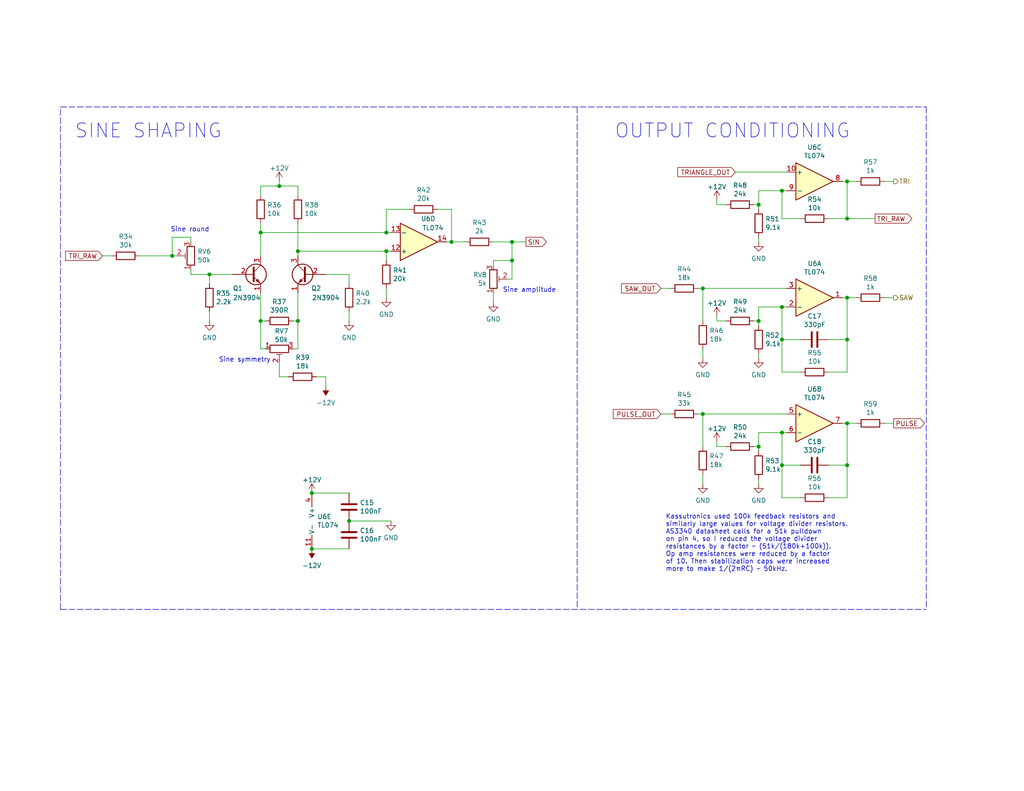
<source format=kicad_sch>
(kicad_sch (version 20211123) (generator eeschema)
  (paper "USLetter")
  (title_block (title "Sidekick VCO") (date "2022-03-12") (company "Rich Holmes / Analog Output") (comment 1 "or neighboring rights to this work. Published from United States.") (comment 2 "To the extent possible under law, Richard Holmes has waived all copyright and related "))
  (lib_symbols
    (symbol "ao_symbols:2N3904" (pin_names (offset 0) hide)
      (property "Reference" "Q" (at 5.08 1.905 0))
      (property "Value" "2N3904" (at 5.08 0 0))
      (symbol "2N3904_0_1"
        (polyline (pts (xy 0.635 0.635) (xy 2.54 2.54)))
        (polyline (pts (xy 0.635 -0.635) (xy 2.54 -2.54) (xy 2.54 -2.54)))
        (polyline (pts (xy 0.635 1.905) (xy 0.635 -1.905) (xy 0.635 -1.905)) (stroke (width 0.508)))
        (polyline (pts (xy 1.27 -1.778) (xy 1.778 -1.27) (xy 2.286 -2.286) (xy 1.27 -1.778) (xy 1.27 -1.778)) (fill (type outline)))
        (circle (center 1.27 0) (radius 2.8194) (stroke (width 0.254)))
      )
      (symbol "2N3904_1_1"
        (pin passive line (at 2.54 -5.08 90) (length 2.54) (name "E") (number "1"))
        (pin passive line (at -5.08 0 0) (length 5.715) (name "B") (number "2"))
        (pin passive line (at 2.54 5.08 270) (length 2.54) (name "C") (number "3"))
      )
    )
    (symbol "ao_symbols:C" (pin_numbers hide) (pin_names (offset 0.254))
      (property "Reference" "C" (at 0.635 2.54 0))
      (property "Value" "C" (at 0.635 -2.54 0))
      (symbol "C_0_1"
        (polyline (pts (xy -2.032 -0.762) (xy 2.032 -0.762)) (stroke (width 0.508)))
        (polyline (pts (xy -2.032 0.762) (xy 2.032 0.762)) (stroke (width 0.508)))
      )
      (symbol "C_1_1"
        (pin passive line (at 0 3.81 270) (length 2.794) (name "~") (number "1"))
        (pin passive line (at 0 -3.81 90) (length 2.794) (name "~") (number "2"))
      )
    )
    (symbol "ao_symbols:R" (pin_numbers hide) (pin_names (offset 0))
      (property "Reference" "R" (at 2.032 0 90))
      (property "Value" "R" (at 0 0 90))
      (symbol "R_0_1"
        (rectangle (start -1.016 -2.54) (end 1.016 2.54) (stroke (width 0.254)))
      )
      (symbol "R_1_1"
        (pin passive line (at 0 3.81 270) (length 1.27) (name "~") (number "1"))
        (pin passive line (at 0 -3.81 90) (length 1.27) (name "~") (number "2"))
      )
    )
    (symbol "ao_symbols:R_POT_TRIM_3296W" (pin_names (offset 1.016) hide)
      (property "Reference" "RV" (at -4.445 0 90))
      (property "Value" "R_POT_TRIM_3296W" (at -2.54 0 90))
      (symbol "R_POT_TRIM_3296W_0_1"
        (polyline (pts (xy 1.524 0.762) (xy 1.524 -0.762)))
        (polyline (pts (xy 2.54 0) (xy 1.524 0)))
        (rectangle (start 1.016 2.54) (end -1.016 -2.54) (stroke (width 0.254)))
      )
      (symbol "R_POT_TRIM_3296W_1_1"
        (pin passive line (at 0 3.81 270) (length 1.27) (name "1") (number "1"))
        (pin passive line (at 3.81 0 180) (length 1.27) (name "2") (number "2"))
        (pin passive line (at 0 -3.81 90) (length 1.27) (name "3") (number "3"))
      )
    )
    (symbol "ao_symbols:TL074" (pin_names (offset 0.127))
      (property "Reference" "U" (at 0 5.08 0))
      (property "Value" "TL074" (at 0 -5.08 0))
      (symbol "TL074_1_1"
        (polyline (pts (xy -5.08 5.08) (xy 5.08 0) (xy -5.08 -5.08) (xy -5.08 5.08)) (stroke (width 0.254)) (fill (type background)))
        (pin output line (at 7.62 0 180) (length 2.54) (name "~") (number "1"))
        (pin input line (at -7.62 -2.54 0) (length 2.54) (name "-") (number "2"))
        (pin input line (at -7.62 2.54 0) (length 2.54) (name "+") (number "3"))
      )
      (symbol "TL074_2_1"
        (polyline (pts (xy -5.08 5.08) (xy 5.08 0) (xy -5.08 -5.08) (xy -5.08 5.08)) (stroke (width 0.254)) (fill (type background)))
        (pin input line (at -7.62 2.54 0) (length 2.54) (name "+") (number "5"))
        (pin input line (at -7.62 -2.54 0) (length 2.54) (name "-") (number "6"))
        (pin output line (at 7.62 0 180) (length 2.54) (name "~") (number "7"))
      )
      (symbol "TL074_3_1"
        (polyline (pts (xy -5.08 5.08) (xy 5.08 0) (xy -5.08 -5.08) (xy -5.08 5.08)) (stroke (width 0.254)) (fill (type background)))
        (pin input line (at -7.62 2.54 0) (length 2.54) (name "+") (number "10"))
        (pin output line (at 7.62 0 180) (length 2.54) (name "~") (number "8"))
        (pin input line (at -7.62 -2.54 0) (length 2.54) (name "-") (number "9"))
      )
      (symbol "TL074_4_1"
        (polyline (pts (xy -5.08 5.08) (xy 5.08 0) (xy -5.08 -5.08) (xy -5.08 5.08)) (stroke (width 0.254)) (fill (type background)))
        (pin input line (at -7.62 2.54 0) (length 2.54) (name "+") (number "12"))
        (pin input line (at -7.62 -2.54 0) (length 2.54) (name "-") (number "13"))
        (pin output line (at 7.62 0 180) (length 2.54) (name "~") (number "14"))
      )
      (symbol "TL074_5_1"
        (pin power_in line (at -2.54 -7.62 90) (length 3.81) (name "V-") (number "11"))
        (pin power_in line (at -2.54 7.62 270) (length 3.81) (name "V+") (number "4"))
      )
    )
    (symbol "power:+12V" (power) (pin_names (offset 0))
      (property "Value" "+12V" (at 0 3.556 0))
      (symbol "+12V_0_1"
        (polyline (pts (xy -0.762 1.27) (xy 0 2.54)))
        (polyline (pts (xy 0 0) (xy 0 2.54)))
        (polyline (pts (xy 0 2.54) (xy 0.762 1.27)))
      )
      (symbol "+12V_1_1"
        (pin power_in line (at 0 0 90) (length 0) hide (name "+12V") (number "1"))
      )
    )
    (symbol "power:-12V" (power) (pin_names (offset 0))
      (property "Value" "-12V" (at 0 3.81 0))
      (symbol "-12V_0_0"
        (pin power_in line (at 0 0 90) (length 0) hide (name "-12V") (number "1"))
      )
      (symbol "-12V_0_1"
        (polyline (pts (xy 0 0) (xy 0 1.27) (xy 0.762 1.27) (xy 0 2.54) (xy -0.762 1.27) (xy 0 1.27)) (fill (type outline)))
      )
    )
    (symbol "power:GND" (power) (pin_names (offset 0))
      (property "Value" "GND" (at 0 -3.81 0))
      (symbol "GND_0_1"
        (polyline (pts (xy 0 0) (xy 0 -1.27) (xy 1.27 -1.27) (xy 0 -2.54) (xy -1.27 -1.27) (xy 0 -1.27)))
      )
      (symbol "GND_1_1"
        (pin power_in line (at 0 0 270) (length 0) hide (name "GND") (number "1"))
      )
    )
  )
  (junction (at 213.36 92.71))
  (junction (at 213.36 118.11))
  (junction (at 231.14 115.57))
  (junction (at 81.28 87.63))
  (junction (at 231.14 127))
  (junction (at 231.14 49.53))
  (junction (at 46.99 69.85))
  (junction (at 191.77 113.03))
  (junction (at 207.01 121.92))
  (junction (at 213.36 127))
  (junction (at 57.15 74.93))
  (junction (at 71.12 63.5))
  (junction (at 81.28 68.58))
  (junction (at 231.14 92.71))
  (junction (at 105.41 68.58))
  (junction (at 139.7 71.12))
  (junction (at 231.14 59.69))
  (junction (at 213.36 52.07))
  (junction (at 85.09 149.86))
  (junction (at 207.01 55.88))
  (junction (at 231.14 81.28))
  (junction (at 139.7 66.04))
  (junction (at 207.01 87.63))
  (junction (at 191.77 78.74))
  (junction (at 71.12 87.63))
  (junction (at 76.2 50.8))
  (junction (at 213.36 83.82))
  (junction (at 95.25 142.24))
  (junction (at 105.41 63.5))
  (junction (at 123.19 66.04))
  (junction (at 85.09 134.62))
  (wire (pts (xy 231.14 49.53) (xy 229.87 49.53)))
  (wire (pts (xy 207.01 83.82) (xy 213.36 83.82)))
  (wire (pts (xy 213.36 135.89) (xy 213.36 127)))
  (wire (pts (xy 52.07 64.77) (xy 46.99 64.77)))
  (wire (pts (xy 191.77 121.92) (xy 191.77 113.03)))
  (wire (pts (xy 139.7 71.12) (xy 139.7 76.2)))
  (wire (pts (xy 207.01 64.77) (xy 207.01 66.04)))
  (wire (pts (xy 134.62 71.12) (xy 139.7 71.12)))
  (wire (pts (xy 76.2 99.06) (xy 76.2 102.87)))
  (wire (pts (xy 106.68 142.24) (xy 95.25 142.24)))
  (wire (pts (xy 213.36 118.11) (xy 214.63 118.11)))
  (wire (pts (xy 119.38 57.15) (xy 123.19 57.15)))
  (wire (pts (xy 205.74 121.92) (xy 207.01 121.92)))
  (wire (pts (xy 229.87 81.28) (xy 231.14 81.28)))
  (wire (pts (xy 123.19 57.15) (xy 123.19 66.04)))
  (wire (pts (xy 190.5 78.74) (xy 191.77 78.74)))
  (wire (pts (xy 105.41 78.74) (xy 105.41 81.28)))
  (wire (pts (xy 52.07 74.93) (xy 57.15 74.93)))
  (wire (pts (xy 213.36 101.6) (xy 213.36 92.71)))
  (wire (pts (xy 139.7 66.04) (xy 143.51 66.04)))
  (polyline (pts (xy 157.48 29.21) (xy 157.48 166.37)))
  (wire (pts (xy 213.36 59.69) (xy 218.44 59.69)))
  (wire (pts (xy 123.19 66.04) (xy 121.92 66.04)))
  (wire (pts (xy 88.9 74.93) (xy 95.25 74.93)))
  (wire (pts (xy 134.62 71.12) (xy 134.62 72.39)))
  (polyline (pts (xy 252.73 29.21) (xy 252.73 166.37)))
  (wire (pts (xy 80.01 95.25) (xy 81.28 95.25)))
  (wire (pts (xy 207.01 57.15) (xy 207.01 55.88)))
  (wire (pts (xy 231.14 127) (xy 231.14 135.89)))
  (wire (pts (xy 71.12 63.5) (xy 71.12 60.96)))
  (wire (pts (xy 81.28 69.85) (xy 81.28 68.58)))
  (wire (pts (xy 191.77 132.08) (xy 191.77 129.54)))
  (wire (pts (xy 71.12 69.85) (xy 71.12 63.5)))
  (wire (pts (xy 231.14 115.57) (xy 231.14 127)))
  (wire (pts (xy 95.25 74.93) (xy 95.25 77.47)))
  (wire (pts (xy 231.14 81.28) (xy 231.14 92.71)))
  (wire (pts (xy 139.7 76.2) (xy 138.43 76.2)))
  (wire (pts (xy 57.15 74.93) (xy 57.15 77.47)))
  (wire (pts (xy 218.44 92.71) (xy 213.36 92.71)))
  (wire (pts (xy 226.06 127) (xy 231.14 127)))
  (wire (pts (xy 71.12 63.5) (xy 105.41 63.5)))
  (wire (pts (xy 191.77 87.63) (xy 191.77 78.74)))
  (wire (pts (xy 207.01 55.88) (xy 207.01 52.07)))
  (wire (pts (xy 52.07 64.77) (xy 52.07 66.04)))
  (polyline (pts (xy 16.51 166.37) (xy 252.73 166.37)))
  (wire (pts (xy 46.99 64.77) (xy 46.99 69.85)))
  (wire (pts (xy 213.36 83.82) (xy 214.63 83.82)))
  (wire (pts (xy 231.14 115.57) (xy 229.87 115.57)))
  (wire (pts (xy 195.58 54.61) (xy 195.58 55.88)))
  (wire (pts (xy 231.14 92.71) (xy 231.14 101.6)))
  (wire (pts (xy 195.58 55.88) (xy 198.12 55.88)))
  (wire (pts (xy 195.58 120.65) (xy 195.58 121.92)))
  (wire (pts (xy 86.36 102.87) (xy 88.9 102.87)))
  (wire (pts (xy 218.44 101.6) (xy 213.36 101.6)))
  (wire (pts (xy 57.15 85.09) (xy 57.15 87.63)))
  (wire (pts (xy 207.01 87.63) (xy 207.01 83.82)))
  (wire (pts (xy 231.14 59.69) (xy 231.14 49.53)))
  (wire (pts (xy 72.39 87.63) (xy 71.12 87.63)))
  (wire (pts (xy 111.76 57.15) (xy 105.41 57.15)))
  (wire (pts (xy 195.58 87.63) (xy 198.12 87.63)))
  (wire (pts (xy 180.34 78.74) (xy 182.88 78.74)))
  (wire (pts (xy 195.58 121.92) (xy 198.12 121.92)))
  (wire (pts (xy 81.28 53.34) (xy 81.28 50.8)))
  (wire (pts (xy 71.12 87.63) (xy 71.12 95.25)))
  (wire (pts (xy 207.01 130.81) (xy 207.01 132.08)))
  (wire (pts (xy 231.14 81.28) (xy 233.68 81.28)))
  (wire (pts (xy 134.62 66.04) (xy 139.7 66.04)))
  (wire (pts (xy 134.62 82.55) (xy 134.62 80.01)))
  (wire (pts (xy 80.01 87.63) (xy 81.28 87.63)))
  (wire (pts (xy 207.01 121.92) (xy 207.01 118.11)))
  (wire (pts (xy 191.77 78.74) (xy 214.63 78.74)))
  (wire (pts (xy 207.01 52.07) (xy 213.36 52.07)))
  (wire (pts (xy 27.94 69.85) (xy 30.48 69.85)))
  (wire (pts (xy 207.01 118.11) (xy 213.36 118.11)))
  (wire (pts (xy 81.28 87.63) (xy 81.28 95.25)))
  (wire (pts (xy 190.5 113.03) (xy 191.77 113.03)))
  (wire (pts (xy 105.41 68.58) (xy 106.68 68.58)))
  (wire (pts (xy 85.09 134.62) (xy 95.25 134.62)))
  (wire (pts (xy 226.06 59.69) (xy 231.14 59.69)))
  (wire (pts (xy 46.99 69.85) (xy 48.26 69.85)))
  (wire (pts (xy 205.74 87.63) (xy 207.01 87.63)))
  (wire (pts (xy 71.12 80.01) (xy 71.12 87.63)))
  (wire (pts (xy 231.14 135.89) (xy 226.06 135.89)))
  (wire (pts (xy 105.41 71.12) (xy 105.41 68.58)))
  (wire (pts (xy 226.06 92.71) (xy 231.14 92.71)))
  (wire (pts (xy 76.2 49.53) (xy 76.2 50.8)))
  (polyline (pts (xy 16.51 166.37) (xy 16.51 29.21)))
  (wire (pts (xy 52.07 74.93) (xy 52.07 73.66)))
  (wire (pts (xy 81.28 50.8) (xy 76.2 50.8)))
  (wire (pts (xy 238.76 59.69) (xy 231.14 59.69)))
  (wire (pts (xy 71.12 95.25) (xy 72.39 95.25)))
  (polyline (pts (xy 16.51 29.21) (xy 252.73 29.21)))
  (wire (pts (xy 241.3 49.53) (xy 243.84 49.53)))
  (wire (pts (xy 191.77 113.03) (xy 214.63 113.03)))
  (wire (pts (xy 57.15 74.93) (xy 63.5 74.93)))
  (wire (pts (xy 205.74 55.88) (xy 207.01 55.88)))
  (wire (pts (xy 95.25 85.09) (xy 95.25 87.63)))
  (wire (pts (xy 123.19 66.04) (xy 127 66.04)))
  (wire (pts (xy 81.28 80.01) (xy 81.28 87.63)))
  (wire (pts (xy 78.74 102.87) (xy 76.2 102.87)))
  (wire (pts (xy 180.34 113.03) (xy 182.88 113.03)))
  (wire (pts (xy 213.36 127) (xy 213.36 118.11)))
  (wire (pts (xy 243.84 115.57) (xy 241.3 115.57)))
  (wire (pts (xy 200.66 46.99) (xy 214.63 46.99)))
  (wire (pts (xy 71.12 50.8) (xy 76.2 50.8)))
  (wire (pts (xy 207.01 88.9) (xy 207.01 87.63)))
  (wire (pts (xy 213.36 92.71) (xy 213.36 83.82)))
  (wire (pts (xy 207.01 96.52) (xy 207.01 97.79)))
  (wire (pts (xy 81.28 68.58) (xy 105.41 68.58)))
  (wire (pts (xy 243.84 81.28) (xy 241.3 81.28)))
  (wire (pts (xy 214.63 52.07) (xy 213.36 52.07)))
  (wire (pts (xy 231.14 49.53) (xy 233.68 49.53)))
  (wire (pts (xy 71.12 53.34) (xy 71.12 50.8)))
  (wire (pts (xy 81.28 68.58) (xy 81.28 60.96)))
  (wire (pts (xy 105.41 63.5) (xy 106.68 63.5)))
  (wire (pts (xy 218.44 135.89) (xy 213.36 135.89)))
  (wire (pts (xy 207.01 123.19) (xy 207.01 121.92)))
  (wire (pts (xy 231.14 101.6) (xy 226.06 101.6)))
  (wire (pts (xy 85.09 149.86) (xy 95.25 149.86)))
  (wire (pts (xy 105.41 57.15) (xy 105.41 63.5)))
  (wire (pts (xy 233.68 115.57) (xy 231.14 115.57)))
  (wire (pts (xy 218.44 127) (xy 213.36 127)))
  (wire (pts (xy 38.1 69.85) (xy 46.99 69.85)))
  (wire (pts (xy 195.58 86.36) (xy 195.58 87.63)))
  (wire (pts (xy 191.77 97.79) (xy 191.77 95.25)))
  (wire (pts (xy 88.9 102.87) (xy 88.9 105.41)))
  (wire (pts (xy 213.36 52.07) (xy 213.36 59.69)))
  (wire (pts (xy 139.7 71.12) (xy 139.7 66.04)))
  (text "OUTPUT CONDITIONING" (at 167.64 38.1 0) (effects (font (size 3.81 3.81)) (justify left bottom)))
  (text "Sine amplitude" (at 137.16 80.01 0) (effects (font (size 1.27 1.27)) (justify left bottom)))
  (text "Kassutronics used 100k feedback resistors and\nsimilarly large values for voltage divider resistors. \nAS3340 datasheet calls for a 51k pulldown \non pin 4, so I reduced the voltage divider \nresistances by a factor ~ (51k/(180k+100k)). \nOp amp resistances were reduced by a factor \nof 10. Then stabilization caps were increased \nmore to make 1/(2πRC) ~ 50kHz." (at 181.61 156.21 0) (effects (font (size 1.27 1.27)) (justify left bottom)))
  (text "SINE SHAPING" (at 20.32 38.1 0) (effects (font (size 3.81 3.81)) (justify left bottom)))
  (text "Sine symmetry" (at 59.69 99.06 0) (effects (font (size 1.27 1.27)) (justify left bottom)))
  (text "Sine round" (at 57.15 63.5 180) (effects (font (size 1.27 1.27)) (justify right bottom)))
  (global_label "SIN" (shape output) (at 143.51 66.04 0) (property "Intersheet References" "${INTERSHEET_REFS}" (effects hide)))
  (global_label "TRI_RAW" (shape input) (at 27.94 69.85 180) (property "Intersheet References" "${INTERSHEET_REFS}" (effects hide)))
  (global_label "PULSE" (shape output) (at 243.84 115.57 0) (property "Intersheet References" "${INTERSHEET_REFS}" (effects hide)))
  (global_label "TRIANGLE_OUT" (shape input) (at 200.66 46.99 180) (property "Intersheet References" "${INTERSHEET_REFS}" (effects hide)))
  (global_label "TRI_RAW" (shape output) (at 238.76 59.69 0) (property "Intersheet References" "${INTERSHEET_REFS}" (effects hide)))
  (global_label "SAW_OUT" (shape input) (at 180.34 78.74 180) (property "Intersheet References" "${INTERSHEET_REFS}" (effects hide)))
  (global_label "PULSE_OUT" (shape input) (at 180.34 113.03 180) (property "Intersheet References" "${INTERSHEET_REFS}" (effects hide)))
  (hierarchical_label "TRI" (shape output) (at 243.84 49.53 0))
  (hierarchical_label "SAW" (shape output) (at 243.84 81.28 0))
  (symbol (lib_id "ao_symbols:TL074") (at 87.63 142.24 0) (unit 5)
    (property "Reference" "U6" (at 86.5632 141.0716 0) (effects (justify left)))
    (property "Value" "TL074" (at 86.5632 143.383 0) (effects (justify left)))
    (property "Footprint" "ao_tht:DIP-14_W7.62mm_Socket_LongPads" (effects hide))
    (property "Datasheet" "http://www.ti.com/lit/ds/symlink/tl071.pdf" (effects hide))
    (property "Vendor" "Tayda" (effects hide))
    (property "SKU" "A-1138" (effects hide))
  )
  (symbol (lib_id "ao_symbols:R") (at 34.29 69.85 270) (unit 1)
    (property "Reference" "R34" (at 34.29 64.5922 90))
    (property "Value" "30k" (at 34.29 66.9036 90))
    (property "Footprint" "ao_tht:R_Axial_DIN0207_L6.3mm_D2.5mm_P10.16mm_Horizontal" (effects hide))
    (property "Vendor" "Tayda" (effects hide))
  )
  (symbol (lib_id "ao_symbols:R") (at 57.15 81.28 0) (unit 1)
    (property "Reference" "R35" (at 58.928 80.1116 0) (effects (justify left)))
    (property "Value" "2.2k" (at 58.928 82.423 0) (effects (justify left)))
    (property "Footprint" "ao_tht:R_Axial_DIN0207_L6.3mm_D2.5mm_P10.16mm_Horizontal" (effects hide))
    (property "Vendor" "Tayda" (effects hide))
  )
  (symbol (lib_id "ao_symbols:C") (at 95.25 138.43 0) (unit 1)
    (property "Reference" "C15" (at 98.171 137.2616 0) (effects (justify left)))
    (property "Value" "100nF" (at 98.171 139.573 0) (effects (justify left)))
    (property "Footprint" "ao_tht:C_Disc_D3.0mm_W1.6mm_P2.50mm" (effects hide))
    (property "Vendor" "Tayda" (effects hide))
  )
  (symbol (lib_id "ao_symbols:C") (at 95.25 146.05 0) (unit 1)
    (property "Reference" "C16" (at 98.171 144.8816 0) (effects (justify left)))
    (property "Value" "100nF" (at 98.171 147.193 0) (effects (justify left)))
    (property "Footprint" "ao_tht:C_Disc_D3.0mm_W1.6mm_P2.50mm" (effects hide))
    (property "Vendor" "Tayda" (effects hide))
  )
  (symbol (lib_id "ao_symbols:2N3904") (at 68.58 74.93 0) (unit 1)
    (property "Reference" "Q1" (at 63.5 78.74 0) (effects (justify left)))
    (property "Value" "2N3904" (at 85.09 81.28 0) (effects (justify left)))
    (property "Footprint" "ao_tht:TO-92_Inline_Wide" (effects hide))
    (property "Vendor" "Tayda" (effects hide))
    (property "SKU" "A-111" (effects hide))
  )
  (symbol (lib_id "ao_symbols:R") (at 76.2 87.63 270) (unit 1)
    (property "Reference" "R37" (at 76.2 82.3722 90))
    (property "Value" "390R" (at 76.2 84.6836 90))
    (property "Footprint" "ao_tht:R_Axial_DIN0207_L6.3mm_D2.5mm_P10.16mm_Horizontal" (effects hide))
    (property "Vendor" "Tayda" (effects hide))
  )
  (symbol (lib_id "ao_symbols:R") (at 82.55 102.87 270) (unit 1)
    (property "Reference" "R39" (at 82.55 97.6122 90))
    (property "Value" "18k" (at 82.55 99.9236 90))
    (property "Footprint" "ao_tht:R_Axial_DIN0207_L6.3mm_D2.5mm_P10.16mm_Horizontal" (effects hide))
    (property "Vendor" "Tayda" (effects hide))
  )
  (symbol (lib_id "ao_symbols:R") (at 71.12 57.15 0) (mirror y) (unit 1)
    (property "Reference" "R36" (at 72.898 55.9816 0) (effects (justify right)))
    (property "Value" "10k" (at 72.898 58.293 0) (effects (justify right)))
    (property "Footprint" "ao_tht:R_Axial_DIN0207_L6.3mm_D2.5mm_P10.16mm_Horizontal" (effects hide))
    (property "Vendor" "Tayda" (effects hide))
  )
  (symbol (lib_id "ao_symbols:2N3904") (at 83.82 74.93 0) (mirror y) (unit 1)
    (property "Reference" "Q2" (at 87.63 78.74 0) (effects (justify left)))
    (property "Value" "2N3904" (at 71.12 81.28 0) (effects (justify left)))
    (property "Footprint" "ao_tht:TO-92_Inline_Wide" (effects hide))
    (property "Vendor" "Tayda" (effects hide))
    (property "SKU" "A-111" (effects hide))
  )
  (symbol (lib_id "ao_symbols:R") (at 81.28 57.15 0) (unit 1)
    (property "Reference" "R38" (at 83.058 55.9816 0) (effects (justify left)))
    (property "Value" "10k" (at 83.058 58.293 0) (effects (justify left)))
    (property "Footprint" "ao_tht:R_Axial_DIN0207_L6.3mm_D2.5mm_P10.16mm_Horizontal" (effects hide))
    (property "Vendor" "Tayda" (effects hide))
  )
  (symbol (lib_id "ao_symbols:R") (at 95.25 81.28 0) (unit 1)
    (property "Reference" "R40" (at 97.028 80.1116 0) (effects (justify left)))
    (property "Value" "2.2k" (at 97.028 82.423 0) (effects (justify left)))
    (property "Footprint" "ao_tht:R_Axial_DIN0207_L6.3mm_D2.5mm_P10.16mm_Horizontal" (effects hide))
    (property "Vendor" "Tayda" (effects hide))
  )
  (symbol (lib_id "ao_symbols:R") (at 115.57 57.15 270) (unit 1)
    (property "Reference" "R42" (at 115.57 51.8922 90))
    (property "Value" "20k" (at 115.57 54.2036 90))
    (property "Footprint" "ao_tht:R_Axial_DIN0207_L6.3mm_D2.5mm_P10.16mm_Horizontal" (effects hide))
    (property "Vendor" "Tayda" (effects hide))
  )
  (symbol (lib_id "ao_symbols:R") (at 105.41 74.93 0) (unit 1)
    (property "Reference" "R41" (at 107.188 73.7616 0) (effects (justify left)))
    (property "Value" "20k" (at 107.188 76.073 0) (effects (justify left)))
    (property "Footprint" "ao_tht:R_Axial_DIN0207_L6.3mm_D2.5mm_P10.16mm_Horizontal" (effects hide))
    (property "Vendor" "Tayda" (effects hide))
  )
  (symbol (lib_id "ao_symbols:R") (at 207.01 92.71 0) (unit 1)
    (property "Reference" "R52" (at 208.788 91.5416 0) (effects (justify left)))
    (property "Value" "9.1k" (at 208.788 93.853 0) (effects (justify left)))
    (property "Footprint" "ao_tht:R_Axial_DIN0207_L6.3mm_D2.5mm_P10.16mm_Horizontal" (effects hide))
    (property "Vendor" "Tayda" (effects hide))
  )
  (symbol (lib_id "ao_symbols:R") (at 207.01 127 0) (unit 1)
    (property "Reference" "R53" (at 208.788 125.8316 0) (effects (justify left)))
    (property "Value" "9.1k" (at 208.788 128.143 0) (effects (justify left)))
    (property "Footprint" "ao_tht:R_Axial_DIN0207_L6.3mm_D2.5mm_P10.16mm_Horizontal" (effects hide))
    (property "Vendor" "Tayda" (effects hide))
  )
  (symbol (lib_id "ao_symbols:R") (at 222.25 101.6 270) (unit 1)
    (property "Reference" "R55" (at 222.25 96.3422 90))
    (property "Value" "10k" (at 222.25 98.6536 90))
    (property "Footprint" "ao_tht:R_Axial_DIN0207_L6.3mm_D2.5mm_P10.16mm_Horizontal" (effects hide))
    (property "Vendor" "Tayda" (effects hide))
  )
  (symbol (lib_id "ao_symbols:R") (at 222.25 135.89 270) (unit 1)
    (property "Reference" "R56" (at 222.25 130.6322 90))
    (property "Value" "10k" (at 222.25 132.9436 90))
    (property "Footprint" "ao_tht:R_Axial_DIN0207_L6.3mm_D2.5mm_P10.16mm_Horizontal" (effects hide))
    (property "Vendor" "Tayda" (effects hide))
  )
  (symbol (lib_id "ao_symbols:R") (at 237.49 81.28 270) (unit 1)
    (property "Reference" "R58" (at 237.49 76.0222 90))
    (property "Value" "1k" (at 237.49 78.3336 90))
    (property "Footprint" "ao_tht:R_Axial_DIN0207_L6.3mm_D2.5mm_P10.16mm_Horizontal" (effects hide))
    (property "Vendor" "Tayda" (effects hide))
  )
  (symbol (lib_id "ao_symbols:R") (at 237.49 115.57 270) (unit 1)
    (property "Reference" "R59" (at 237.49 110.3122 90))
    (property "Value" "1k" (at 237.49 112.6236 90))
    (property "Footprint" "ao_tht:R_Axial_DIN0207_L6.3mm_D2.5mm_P10.16mm_Horizontal" (effects hide))
    (property "Vendor" "Tayda" (effects hide))
  )
  (symbol (lib_id "ao_symbols:TL074") (at 222.25 115.57 0) (unit 2)
    (property "Reference" "U6" (at 222.25 106.2482 0))
    (property "Value" "TL074" (at 222.25 108.5596 0))
    (property "Footprint" "ao_tht:DIP-14_W7.62mm_Socket_LongPads" (effects hide))
    (property "Datasheet" "http://www.ti.com/lit/ds/symlink/tl071.pdf" (effects hide))
    (property "Vendor" "Tayda" (effects hide))
    (property "SKU" "A-1138" (effects hide))
  )
  (symbol (lib_id "ao_symbols:TL074") (at 222.25 49.53 0) (unit 3)
    (property "Reference" "U6" (at 222.25 40.2082 0))
    (property "Value" "TL074" (at 222.25 42.5196 0))
    (property "Footprint" "ao_tht:DIP-14_W7.62mm_Socket_LongPads" (effects hide))
    (property "Datasheet" "http://www.ti.com/lit/ds/symlink/tl071.pdf" (effects hide))
    (property "Vendor" "Tayda" (effects hide))
    (property "SKU" "A-1138" (effects hide))
  )
  (symbol (lib_id "ao_symbols:TL074") (at 222.25 81.28 0) (unit 1)
    (property "Reference" "U6" (at 222.25 71.9582 0))
    (property "Value" "TL074" (at 222.25 74.2696 0))
    (property "Footprint" "ao_tht:DIP-14_W7.62mm_Socket_LongPads" (effects hide))
    (property "Datasheet" "http://www.ti.com/lit/ds/symlink/tl071.pdf" (effects hide))
    (property "Vendor" "Tayda" (effects hide))
    (property "SKU" "A-1138" (effects hide))
  )
  (symbol (lib_id "ao_symbols:R") (at 201.93 55.88 270) (unit 1)
    (property "Reference" "R48" (at 201.93 50.6222 90))
    (property "Value" "24k" (at 201.93 52.9336 90))
    (property "Footprint" "ao_tht:R_Axial_DIN0207_L6.3mm_D2.5mm_P10.16mm_Horizontal" (effects hide))
    (property "Vendor" "Tayda" (effects hide))
  )
  (symbol (lib_id "ao_symbols:R") (at 222.25 59.69 270) (unit 1)
    (property "Reference" "R54" (at 222.25 54.4322 90))
    (property "Value" "10k" (at 222.25 56.7436 90))
    (property "Footprint" "ao_tht:R_Axial_DIN0207_L6.3mm_D2.5mm_P10.16mm_Horizontal" (effects hide))
    (property "Vendor" "Tayda" (effects hide))
  )
  (symbol (lib_id "ao_symbols:R") (at 237.49 49.53 270) (unit 1)
    (property "Reference" "R57" (at 237.49 44.2722 90))
    (property "Value" "1k" (at 237.49 46.5836 90))
    (property "Footprint" "ao_tht:R_Axial_DIN0207_L6.3mm_D2.5mm_P10.16mm_Horizontal" (effects hide))
    (property "Vendor" "Tayda" (effects hide))
  )
  (symbol (lib_id "ao_symbols:R") (at 186.69 78.74 270) (unit 1)
    (property "Reference" "R44" (at 186.69 73.4822 90))
    (property "Value" "18k" (at 186.69 75.7936 90))
    (property "Footprint" "ao_tht:R_Axial_DIN0207_L6.3mm_D2.5mm_P10.16mm_Horizontal" (effects hide))
    (property "Vendor" "Tayda" (effects hide))
  )
  (symbol (lib_id "ao_symbols:C") (at 222.25 92.71 270) (unit 1)
    (property "Reference" "C17" (at 222.25 86.3092 90))
    (property "Value" "330pF" (at 222.25 88.6206 90))
    (property "Footprint" "ao_tht:C_Disc_D5.0mm_W2.5mm_P5.00mm" (effects hide))
    (property "Vendor" "Tayda" (effects hide))
  )
  (symbol (lib_id "ao_symbols:R") (at 207.01 60.96 0) (unit 1)
    (property "Reference" "R51" (at 208.788 59.7916 0) (effects (justify left)))
    (property "Value" "9.1k" (at 208.788 62.103 0) (effects (justify left)))
    (property "Footprint" "ao_tht:R_Axial_DIN0207_L6.3mm_D2.5mm_P10.16mm_Horizontal" (effects hide))
    (property "Vendor" "Tayda" (effects hide))
  )
  (symbol (lib_id "ao_symbols:R") (at 201.93 87.63 270) (unit 1)
    (property "Reference" "R49" (at 201.93 82.3722 90))
    (property "Value" "24k" (at 201.93 84.6836 90))
    (property "Footprint" "ao_tht:R_Axial_DIN0207_L6.3mm_D2.5mm_P10.16mm_Horizontal" (effects hide))
    (property "Vendor" "Tayda" (effects hide))
  )
  (symbol (lib_id "ao_symbols:R") (at 186.69 113.03 270) (unit 1)
    (property "Reference" "R45" (at 186.69 107.7722 90))
    (property "Value" "33k" (at 186.69 110.0836 90))
    (property "Footprint" "ao_tht:R_Axial_DIN0207_L6.3mm_D2.5mm_P10.16mm_Horizontal" (effects hide))
    (property "Vendor" "Tayda" (effects hide))
  )
  (symbol (lib_id "ao_symbols:R") (at 201.93 121.92 270) (unit 1)
    (property "Reference" "R50" (at 201.93 116.6622 90))
    (property "Value" "24k" (at 201.93 118.9736 90))
    (property "Footprint" "ao_tht:R_Axial_DIN0207_L6.3mm_D2.5mm_P10.16mm_Horizontal" (effects hide))
    (property "Vendor" "Tayda" (effects hide))
  )
  (symbol (lib_id "ao_symbols:C") (at 222.25 127 270) (unit 1)
    (property "Reference" "C18" (at 222.25 120.5992 90))
    (property "Value" "330pF" (at 222.25 122.9106 90))
    (property "Footprint" "ao_tht:C_Disc_D5.0mm_W2.5mm_P5.00mm" (effects hide))
    (property "Vendor" "Tayda" (effects hide))
  )
  (symbol (lib_id "ao_symbols:R") (at 191.77 91.44 0) (unit 1)
    (property "Reference" "R46" (at 193.548 90.2716 0) (effects (justify left)))
    (property "Value" "18k" (at 193.548 92.583 0) (effects (justify left)))
    (property "Footprint" "ao_tht:R_Axial_DIN0207_L6.3mm_D2.5mm_P10.16mm_Horizontal" (effects hide))
    (property "Vendor" "Tayda" (effects hide))
  )
  (symbol (lib_id "ao_symbols:R") (at 191.77 125.73 0) (unit 1)
    (property "Reference" "R47" (at 193.548 124.5616 0) (effects (justify left)))
    (property "Value" "18k" (at 193.548 126.873 0) (effects (justify left)))
    (property "Footprint" "ao_tht:R_Axial_DIN0207_L6.3mm_D2.5mm_P10.16mm_Horizontal" (effects hide))
    (property "Vendor" "Tayda" (effects hide))
  )
  (symbol (lib_id "ao_symbols:TL074") (at 114.3 66.04 0) (mirror x) (unit 4)
    (property "Reference" "U6" (at 116.84 59.69 0))
    (property "Value" "TL074" (at 118.11 62.23 0))
    (property "Footprint" "ao_tht:DIP-14_W7.62mm_Socket_LongPads" (effects hide))
    (property "Datasheet" "http://www.ti.com/lit/ds/symlink/tl071.pdf" (effects hide))
    (property "Vendor" "Tayda" (effects hide))
    (property "SKU" "A-1138" (effects hide))
  )
  (symbol (lib_id "ao_symbols:R") (at 130.81 66.04 270) (unit 1)
    (property "Reference" "R43" (at 130.81 60.7822 90))
    (property "Value" "2k" (at 130.81 63.0936 90))
    (property "Footprint" "ao_tht:R_Axial_DIN0207_L6.3mm_D2.5mm_P10.16mm_Horizontal" (effects hide))
    (property "Vendor" "Tayda" (effects hide))
  )
  (symbol (lib_id "power:+12V") (at 195.58 120.65 0) (unit 1)
    (property "Reference" "#PWR061" (effects hide))
    (property "Value" "+12V" (at 195.58 117.0455 0))
  )
  (symbol (lib_id "power:GND") (at 191.77 132.08 0) (unit 1)
    (property "Reference" "#PWR058" (effects hide))
    (property "Value" "GND" (at 191.77 136.6425 0))
  )
  (symbol (lib_id "ao_symbols:R_POT_TRIM_3296W") (at 52.07 69.85 180) (unit 1)
    (property "Reference" "RV6" (at 53.848 68.6816 0) (effects (justify right)))
    (property "Value" "50k" (at 53.848 70.993 0) (effects (justify right)))
    (property "Footprint" "ao_tht:Potentiometer_Bourns_3296W_Vertical_screw_centered" (effects hide))
    (property "Vendor" "Tayda" (effects hide))
  )
  (symbol (lib_id "power:+12V") (at 76.2 49.53 0) (unit 1)
    (property "Reference" "#PWR049" (effects hide))
    (property "Value" "+12V" (at 76.2 45.9255 0))
  )
  (symbol (lib_id "power:-12V") (at 88.9 105.41 180) (unit 1)
    (property "Reference" "#PWR052" (effects hide))
    (property "Value" "-12V" (at 88.9 109.9725 0))
  )
  (symbol (lib_id "ao_symbols:R_POT_TRIM_3296W") (at 134.62 76.2 0) (mirror x) (unit 1)
    (property "Reference" "RV8" (at 132.842 75.0316 0) (effects (justify right)))
    (property "Value" "5k" (at 132.842 77.343 0) (effects (justify right)))
    (property "Footprint" "ao_tht:Potentiometer_Bourns_3296W_Vertical_screw_centered" (effects hide))
    (property "Vendor" "Tayda" (effects hide))
  )
  (symbol (lib_id "power:GND") (at 207.01 66.04 0) (unit 1)
    (property "Reference" "#PWR062" (effects hide))
    (property "Value" "GND" (at 207.01 70.6025 0))
  )
  (symbol (lib_id "power:GND") (at 105.41 81.28 0) (unit 1)
    (property "Reference" "#PWR054" (effects hide))
    (property "Value" "GND" (at 105.41 85.8425 0))
  )
  (symbol (lib_id "ao_symbols:R_POT_TRIM_3296W") (at 76.2 95.25 90) (mirror x) (unit 1)
    (property "Reference" "RV7" (at 74.93 90.3986 90) (effects (justify right)))
    (property "Value" "50k" (at 74.93 92.71 90) (effects (justify right)))
    (property "Footprint" "ao_tht:Potentiometer_Bourns_3296W_Vertical_screw_centered" (effects hide))
    (property "Vendor" "Tayda" (effects hide))
  )
  (symbol (lib_id "power:GND") (at 134.62 82.55 0) (unit 1)
    (property "Reference" "#PWR056" (effects hide))
    (property "Value" "GND" (at 134.62 87.1125 0))
  )
  (symbol (lib_id "power:+12V") (at 195.58 86.36 0) (unit 1)
    (property "Reference" "#PWR060" (effects hide))
    (property "Value" "+12V" (at 195.58 82.7555 0))
  )
  (symbol (lib_id "power:GND") (at 207.01 132.08 0) (unit 1)
    (property "Reference" "#PWR064" (effects hide))
    (property "Value" "GND" (at 207.01 136.6425 0))
  )
  (symbol (lib_id "power:+12V") (at 195.58 54.61 0) (unit 1)
    (property "Reference" "#PWR059" (effects hide))
    (property "Value" "+12V" (at 195.58 51.0055 0))
  )
  (symbol (lib_id "power:GND") (at 95.25 87.63 0) (unit 1)
    (property "Reference" "#PWR053" (effects hide))
    (property "Value" "GND" (at 95.25 92.1925 0))
  )
  (symbol (lib_id "power:-12V") (at 85.09 149.86 180) (unit 1)
    (property "Reference" "#PWR051" (effects hide))
    (property "Value" "-12V" (at 85.09 154.4225 0))
  )
  (symbol (lib_id "power:GND") (at 57.15 87.63 0) (unit 1)
    (property "Reference" "#PWR048" (effects hide))
    (property "Value" "GND" (at 57.15 92.1925 0))
  )
  (symbol (lib_id "power:GND") (at 207.01 97.79 0) (unit 1)
    (property "Reference" "#PWR063" (effects hide))
    (property "Value" "GND" (at 207.01 102.3525 0))
  )
  (symbol (lib_id "power:+12V") (at 85.09 134.62 0) (unit 1)
    (property "Reference" "#PWR050" (effects hide))
    (property "Value" "+12V" (at 85.09 131.0155 0))
  )
  (symbol (lib_id "power:GND") (at 191.77 97.79 0) (unit 1)
    (property "Reference" "#PWR057" (effects hide))
    (property "Value" "GND" (at 191.77 102.3525 0))
  )
  (symbol (lib_id "power:GND") (at 106.68 142.24 0) (unit 1)
    (property "Reference" "#PWR055" (effects hide))
    (property "Value" "GND" (at 106.68 146.8025 0))
  )
)
</source>
